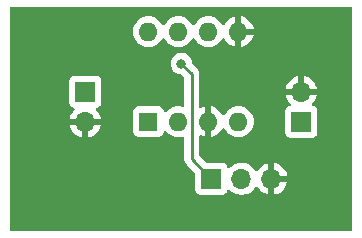
<source format=gbl>
%TF.GenerationSoftware,KiCad,Pcbnew,(6.0.9)*%
%TF.CreationDate,2022-12-02T17:41:07+09:00*%
%TF.ProjectId,inverting_amplifier_circuirt,696e7665-7274-4696-9e67-5f616d706c69,0*%
%TF.SameCoordinates,Original*%
%TF.FileFunction,Copper,L2,Bot*%
%TF.FilePolarity,Positive*%
%FSLAX46Y46*%
G04 Gerber Fmt 4.6, Leading zero omitted, Abs format (unit mm)*
G04 Created by KiCad (PCBNEW (6.0.9)) date 2022-12-02 17:41:07*
%MOMM*%
%LPD*%
G01*
G04 APERTURE LIST*
%TA.AperFunction,ComponentPad*%
%ADD10R,1.600000X1.600000*%
%TD*%
%TA.AperFunction,ComponentPad*%
%ADD11O,1.600000X1.600000*%
%TD*%
%TA.AperFunction,ComponentPad*%
%ADD12R,1.700000X1.700000*%
%TD*%
%TA.AperFunction,ComponentPad*%
%ADD13O,1.700000X1.700000*%
%TD*%
%TA.AperFunction,ComponentPad*%
%ADD14C,3.500000*%
%TD*%
%TA.AperFunction,ViaPad*%
%ADD15C,0.800000*%
%TD*%
%TA.AperFunction,Conductor*%
%ADD16C,0.250000*%
%TD*%
G04 APERTURE END LIST*
D10*
%TO.P,U1,1*%
%TO.N,Net-(J2-Pad1)*%
X139456000Y-73904000D03*
D11*
%TO.P,U1,2,-*%
%TO.N,Net-(R1-Pad2)*%
X141996000Y-73904000D03*
%TO.P,U1,3,+*%
%TO.N,GND*%
X144536000Y-73904000D03*
%TO.P,U1,4,V-*%
%TO.N,-12V*%
X147076000Y-73904000D03*
%TO.P,U1,5,+*%
%TO.N,GND*%
X147076000Y-66284000D03*
%TO.P,U1,6,-*%
%TO.N,Net-(U1-Pad6)*%
X144536000Y-66284000D03*
%TO.P,U1,7*%
X141996000Y-66284000D03*
%TO.P,U1,8,V+*%
%TO.N,+12V*%
X139456000Y-66284000D03*
%TD*%
D12*
%TO.P,J3,1,Pin_1*%
%TO.N,+12V*%
X144795000Y-78740000D03*
D13*
%TO.P,J3,2,Pin_2*%
%TO.N,-12V*%
X147335000Y-78740000D03*
%TO.P,J3,3,Pin_3*%
%TO.N,GND*%
X149875000Y-78740000D03*
%TD*%
D12*
%TO.P,J2,1,Pin_1*%
%TO.N,Net-(J2-Pad1)*%
X152400000Y-73919000D03*
D13*
%TO.P,J2,2,Pin_2*%
%TO.N,GND*%
X152400000Y-71379000D03*
%TD*%
%TO.P,J1,2,Pin_2*%
%TO.N,GND*%
X134112000Y-73909000D03*
D12*
%TO.P,J1,1,Pin_1*%
%TO.N,Net-(J1-Pad1)*%
X134112000Y-71369000D03*
%TD*%
D14*
%TO.P,REF2,1*%
%TO.N,GND*%
X154500000Y-66500000D03*
%TD*%
%TO.P,REF3,1*%
%TO.N,GND*%
X130000000Y-81000000D03*
%TD*%
%TO.P,REF4,1*%
%TO.N,GND*%
X154500000Y-80750000D03*
%TD*%
%TO.P,REF1,1*%
%TO.N,GND*%
X130000000Y-66500000D03*
%TD*%
D15*
%TO.N,+12V*%
X142250000Y-69000000D03*
%TO.N,GND*%
X131000000Y-71500000D03*
X129000000Y-71500000D03*
X129000000Y-73500000D03*
X131000000Y-73500000D03*
X131000000Y-75500000D03*
X129000000Y-75500000D03*
X129000000Y-77500000D03*
X131000000Y-77500000D03*
X151500000Y-67750000D03*
X149750000Y-67750000D03*
X155000000Y-76750000D03*
X151250000Y-81750000D03*
X133000000Y-81000000D03*
X135000000Y-79250000D03*
X133000000Y-79250000D03*
X135000000Y-77500000D03*
X133000000Y-77500000D03*
X151500000Y-66000000D03*
X149750000Y-66000000D03*
X133750000Y-67500000D03*
X136000000Y-67500000D03*
X136000000Y-65500000D03*
X133750000Y-65500000D03*
X155000000Y-74750000D03*
X155000000Y-72750000D03*
X155000000Y-70750000D03*
X149250000Y-81750000D03*
X147250000Y-81750000D03*
%TD*%
D16*
%TO.N,+12V*%
X143121000Y-77066000D02*
X144795000Y-78740000D01*
X143121000Y-69871000D02*
X143121000Y-77066000D01*
X142250000Y-69000000D02*
X143121000Y-69871000D01*
%TD*%
%TA.AperFunction,Conductor*%
%TO.N,GND*%
G36*
X129151022Y-64188502D02*
G01*
X129197515Y-64242158D01*
X129207619Y-64312432D01*
X129178125Y-64377012D01*
X129133827Y-64408957D01*
X129134047Y-64409404D01*
X129131389Y-64410715D01*
X129131121Y-64410908D01*
X129130347Y-64411228D01*
X128872282Y-64538492D01*
X128865145Y-64542613D01*
X128625901Y-64702470D01*
X128619361Y-64707488D01*
X128604926Y-64720147D01*
X128596528Y-64733386D01*
X128602362Y-64743151D01*
X129987190Y-66127980D01*
X130001131Y-66135592D01*
X130002966Y-66135461D01*
X130009580Y-66131210D01*
X131395884Y-64744905D01*
X131403399Y-64731144D01*
X131396941Y-64721784D01*
X131380639Y-64707488D01*
X131374099Y-64702470D01*
X131134856Y-64542613D01*
X131127719Y-64538492D01*
X130869653Y-64411229D01*
X130868879Y-64410908D01*
X130868684Y-64410751D01*
X130865953Y-64409404D01*
X130866254Y-64408793D01*
X130813599Y-64366359D01*
X130791179Y-64298996D01*
X130808738Y-64230204D01*
X130860701Y-64181827D01*
X130917099Y-64168500D01*
X153582901Y-64168500D01*
X153651022Y-64188502D01*
X153697515Y-64242158D01*
X153707619Y-64312432D01*
X153678125Y-64377012D01*
X153633827Y-64408957D01*
X153634047Y-64409404D01*
X153631389Y-64410715D01*
X153631121Y-64410908D01*
X153630347Y-64411228D01*
X153372282Y-64538492D01*
X153365145Y-64542613D01*
X153125901Y-64702470D01*
X153119361Y-64707488D01*
X153104926Y-64720147D01*
X153096528Y-64733386D01*
X153102362Y-64743151D01*
X154487190Y-66127980D01*
X154501131Y-66135592D01*
X154502966Y-66135461D01*
X154509580Y-66131210D01*
X155895884Y-64744905D01*
X155903399Y-64731144D01*
X155896941Y-64721784D01*
X155880639Y-64707488D01*
X155874099Y-64702470D01*
X155634856Y-64542613D01*
X155627719Y-64538492D01*
X155369653Y-64411229D01*
X155368879Y-64410908D01*
X155368684Y-64410751D01*
X155365953Y-64409404D01*
X155366254Y-64408793D01*
X155313599Y-64366359D01*
X155291179Y-64298996D01*
X155308738Y-64230204D01*
X155360701Y-64181827D01*
X155417099Y-64168500D01*
X156605500Y-64168500D01*
X156673621Y-64188502D01*
X156720114Y-64242158D01*
X156731500Y-64294500D01*
X156731500Y-65379388D01*
X156711498Y-65447509D01*
X156657842Y-65494002D01*
X156587568Y-65504106D01*
X156522988Y-65474612D01*
X156492494Y-65435116D01*
X156461508Y-65372282D01*
X156457387Y-65365145D01*
X156297530Y-65125901D01*
X156292512Y-65119361D01*
X156279853Y-65104926D01*
X156266614Y-65096528D01*
X156256849Y-65102362D01*
X154872020Y-66487190D01*
X154864408Y-66501131D01*
X154864539Y-66502966D01*
X154868790Y-66509580D01*
X156255095Y-67895884D01*
X156268856Y-67903399D01*
X156278216Y-67896941D01*
X156292512Y-67880639D01*
X156297530Y-67874099D01*
X156457387Y-67634855D01*
X156461508Y-67627718D01*
X156492494Y-67564884D01*
X156540562Y-67512635D01*
X156609248Y-67494668D01*
X156676744Y-67516687D01*
X156721620Y-67571702D01*
X156731500Y-67620612D01*
X156731500Y-79629388D01*
X156711498Y-79697509D01*
X156657842Y-79744002D01*
X156587568Y-79754106D01*
X156522988Y-79724612D01*
X156492494Y-79685116D01*
X156461508Y-79622282D01*
X156457387Y-79615145D01*
X156297530Y-79375901D01*
X156292512Y-79369361D01*
X156279853Y-79354926D01*
X156266614Y-79346528D01*
X156256849Y-79352362D01*
X154872020Y-80737190D01*
X154864408Y-80751131D01*
X154864539Y-80752966D01*
X154868790Y-80759580D01*
X156255095Y-82145884D01*
X156268856Y-82153399D01*
X156278216Y-82146941D01*
X156292512Y-82130639D01*
X156297530Y-82124099D01*
X156457387Y-81884855D01*
X156461508Y-81877718D01*
X156492494Y-81814884D01*
X156540562Y-81762635D01*
X156609248Y-81744668D01*
X156676744Y-81766687D01*
X156721620Y-81821702D01*
X156731500Y-81870612D01*
X156731500Y-83025500D01*
X156711498Y-83093621D01*
X156657842Y-83140114D01*
X156605500Y-83151500D01*
X155213229Y-83151500D01*
X155145108Y-83131498D01*
X155098615Y-83077842D01*
X155088511Y-83007568D01*
X155118005Y-82942988D01*
X155172728Y-82906187D01*
X155362047Y-82841922D01*
X155369651Y-82838772D01*
X155627719Y-82711508D01*
X155634856Y-82707387D01*
X155874099Y-82547530D01*
X155880639Y-82542512D01*
X155895074Y-82529853D01*
X155903472Y-82516614D01*
X155897638Y-82506849D01*
X154512810Y-81122020D01*
X154498869Y-81114408D01*
X154497034Y-81114539D01*
X154490420Y-81118790D01*
X153104116Y-82505095D01*
X153096601Y-82518856D01*
X153103059Y-82528216D01*
X153119361Y-82542512D01*
X153125901Y-82547530D01*
X153365144Y-82707387D01*
X153372281Y-82711508D01*
X153630349Y-82838772D01*
X153637953Y-82841922D01*
X153827272Y-82906187D01*
X153885348Y-82947024D01*
X153912127Y-83012777D01*
X153899106Y-83082569D01*
X153850419Y-83134242D01*
X153786771Y-83151500D01*
X131259712Y-83151500D01*
X131191591Y-83131498D01*
X131145098Y-83077842D01*
X131134994Y-83007568D01*
X131164488Y-82942988D01*
X131189710Y-82920735D01*
X131374099Y-82797530D01*
X131380639Y-82792512D01*
X131395074Y-82779853D01*
X131403472Y-82766614D01*
X131397638Y-82756849D01*
X130012810Y-81372020D01*
X129998869Y-81364408D01*
X129997034Y-81364539D01*
X129990420Y-81368790D01*
X128604116Y-82755095D01*
X128596601Y-82768856D01*
X128603059Y-82778216D01*
X128619361Y-82792512D01*
X128625901Y-82797530D01*
X128810290Y-82920735D01*
X128855818Y-82975212D01*
X128864666Y-83045655D01*
X128834025Y-83109699D01*
X128773623Y-83147010D01*
X128740288Y-83151500D01*
X127874500Y-83151500D01*
X127806379Y-83131498D01*
X127759886Y-83077842D01*
X127748500Y-83025500D01*
X127748500Y-82080056D01*
X127768502Y-82011935D01*
X127822158Y-81965442D01*
X127892432Y-81955338D01*
X127957012Y-81984832D01*
X127987506Y-82024328D01*
X128038492Y-82127718D01*
X128042613Y-82134855D01*
X128202470Y-82374099D01*
X128207488Y-82380639D01*
X128220147Y-82395074D01*
X128233386Y-82403472D01*
X128243151Y-82397638D01*
X129627980Y-81012810D01*
X129634357Y-81001131D01*
X130364408Y-81001131D01*
X130364539Y-81002966D01*
X130368790Y-81009580D01*
X131755095Y-82395884D01*
X131768856Y-82403399D01*
X131778216Y-82396941D01*
X131792512Y-82380639D01*
X131797530Y-82374099D01*
X131957387Y-82134855D01*
X131961508Y-82127718D01*
X132088772Y-81869651D01*
X132091922Y-81862047D01*
X132184412Y-81589580D01*
X132186546Y-81581617D01*
X132242683Y-81299400D01*
X132243756Y-81291249D01*
X132262575Y-81004119D01*
X132262575Y-80995881D01*
X132246729Y-80754119D01*
X152237425Y-80754119D01*
X152256244Y-81041249D01*
X152257317Y-81049400D01*
X152313454Y-81331617D01*
X152315588Y-81339580D01*
X152408078Y-81612047D01*
X152411228Y-81619651D01*
X152538492Y-81877718D01*
X152542613Y-81884855D01*
X152702470Y-82124099D01*
X152707488Y-82130639D01*
X152720147Y-82145074D01*
X152733386Y-82153472D01*
X152743151Y-82147638D01*
X154127980Y-80762810D01*
X154135592Y-80748869D01*
X154135461Y-80747034D01*
X154131210Y-80740420D01*
X152744905Y-79354116D01*
X152731144Y-79346601D01*
X152721784Y-79353059D01*
X152707488Y-79369361D01*
X152702470Y-79375901D01*
X152542613Y-79615145D01*
X152538492Y-79622282D01*
X152411228Y-79880349D01*
X152408078Y-79887953D01*
X152315588Y-80160420D01*
X152313454Y-80168383D01*
X152257317Y-80450600D01*
X152256244Y-80458751D01*
X152237425Y-80745881D01*
X152237425Y-80754119D01*
X132246729Y-80754119D01*
X132243756Y-80708751D01*
X132242683Y-80700600D01*
X132186546Y-80418383D01*
X132184412Y-80410420D01*
X132091922Y-80137953D01*
X132088772Y-80130349D01*
X131961508Y-79872282D01*
X131957387Y-79865145D01*
X131797530Y-79625901D01*
X131792512Y-79619361D01*
X131779853Y-79604926D01*
X131766614Y-79596528D01*
X131756849Y-79602362D01*
X130372020Y-80987190D01*
X130364408Y-81001131D01*
X129634357Y-81001131D01*
X129635592Y-80998869D01*
X129635461Y-80997034D01*
X129631210Y-80990420D01*
X128244905Y-79604116D01*
X128231144Y-79596601D01*
X128221784Y-79603059D01*
X128207488Y-79619361D01*
X128202470Y-79625901D01*
X128042613Y-79865145D01*
X128038492Y-79872282D01*
X127987506Y-79975672D01*
X127939438Y-80027921D01*
X127870752Y-80045888D01*
X127803256Y-80023869D01*
X127758380Y-79968854D01*
X127748500Y-79919944D01*
X127748500Y-79233386D01*
X128596528Y-79233386D01*
X128602362Y-79243151D01*
X129987190Y-80627980D01*
X130001131Y-80635592D01*
X130002966Y-80635461D01*
X130009580Y-80631210D01*
X131395884Y-79244905D01*
X131403399Y-79231144D01*
X131396941Y-79221784D01*
X131380639Y-79207488D01*
X131374099Y-79202470D01*
X131134856Y-79042613D01*
X131127719Y-79038492D01*
X130869651Y-78911228D01*
X130862047Y-78908078D01*
X130589580Y-78815588D01*
X130581617Y-78813454D01*
X130299400Y-78757317D01*
X130291249Y-78756244D01*
X130004119Y-78737425D01*
X129995881Y-78737425D01*
X129708751Y-78756244D01*
X129700600Y-78757317D01*
X129418383Y-78813454D01*
X129410420Y-78815588D01*
X129137953Y-78908078D01*
X129130349Y-78911228D01*
X128872282Y-79038492D01*
X128865145Y-79042613D01*
X128625901Y-79202470D01*
X128619361Y-79207488D01*
X128604926Y-79220147D01*
X128596528Y-79233386D01*
X127748500Y-79233386D01*
X127748500Y-74176966D01*
X132780257Y-74176966D01*
X132810565Y-74311446D01*
X132813645Y-74321275D01*
X132893770Y-74518603D01*
X132898413Y-74527794D01*
X133009694Y-74709388D01*
X133015777Y-74717699D01*
X133155213Y-74878667D01*
X133162580Y-74885883D01*
X133326434Y-75021916D01*
X133334881Y-75027831D01*
X133518756Y-75135279D01*
X133528042Y-75139729D01*
X133727001Y-75215703D01*
X133736899Y-75218579D01*
X133840250Y-75239606D01*
X133854299Y-75238410D01*
X133858000Y-75228065D01*
X133858000Y-75227517D01*
X134366000Y-75227517D01*
X134370064Y-75241359D01*
X134383478Y-75243393D01*
X134390184Y-75242534D01*
X134400262Y-75240392D01*
X134604255Y-75179191D01*
X134613842Y-75175433D01*
X134805095Y-75081739D01*
X134813945Y-75076464D01*
X134987328Y-74952792D01*
X134995200Y-74946139D01*
X135146052Y-74795812D01*
X135152730Y-74787965D01*
X135178477Y-74752134D01*
X138147500Y-74752134D01*
X138154255Y-74814316D01*
X138205385Y-74950705D01*
X138292739Y-75067261D01*
X138409295Y-75154615D01*
X138545684Y-75205745D01*
X138607866Y-75212500D01*
X140304134Y-75212500D01*
X140366316Y-75205745D01*
X140502705Y-75154615D01*
X140619261Y-75067261D01*
X140706615Y-74950705D01*
X140757745Y-74814316D01*
X140758917Y-74803526D01*
X140759803Y-74801394D01*
X140760425Y-74798778D01*
X140760848Y-74798879D01*
X140786155Y-74737965D01*
X140844517Y-74697537D01*
X140915471Y-74695078D01*
X140976490Y-74731371D01*
X140983489Y-74740031D01*
X140986643Y-74743789D01*
X140989802Y-74748300D01*
X141151700Y-74910198D01*
X141156208Y-74913355D01*
X141156211Y-74913357D01*
X141197542Y-74942297D01*
X141339251Y-75041523D01*
X141344233Y-75043846D01*
X141344238Y-75043849D01*
X141540765Y-75135490D01*
X141546757Y-75138284D01*
X141552065Y-75139706D01*
X141552067Y-75139707D01*
X141762598Y-75196119D01*
X141762600Y-75196119D01*
X141767913Y-75197543D01*
X141996000Y-75217498D01*
X142224087Y-75197543D01*
X142328890Y-75169461D01*
X142399865Y-75171151D01*
X142458661Y-75210945D01*
X142486609Y-75276209D01*
X142487500Y-75291168D01*
X142487500Y-76987233D01*
X142486973Y-76998416D01*
X142485298Y-77005909D01*
X142485547Y-77013835D01*
X142485547Y-77013836D01*
X142487438Y-77073986D01*
X142487500Y-77077945D01*
X142487500Y-77105856D01*
X142487997Y-77109790D01*
X142487997Y-77109791D01*
X142488005Y-77109856D01*
X142488938Y-77121693D01*
X142490327Y-77165889D01*
X142495978Y-77185339D01*
X142499987Y-77204700D01*
X142502526Y-77224797D01*
X142505445Y-77232168D01*
X142505445Y-77232170D01*
X142518804Y-77265912D01*
X142522649Y-77277142D01*
X142534982Y-77319593D01*
X142539015Y-77326412D01*
X142539017Y-77326417D01*
X142545293Y-77337028D01*
X142553988Y-77354776D01*
X142561448Y-77373617D01*
X142566110Y-77380033D01*
X142566110Y-77380034D01*
X142587436Y-77409387D01*
X142593952Y-77419307D01*
X142609012Y-77444771D01*
X142616458Y-77457362D01*
X142630779Y-77471683D01*
X142643619Y-77486716D01*
X142655528Y-77503107D01*
X142661634Y-77508158D01*
X142689605Y-77531298D01*
X142698384Y-77539288D01*
X143399595Y-78240499D01*
X143433621Y-78302811D01*
X143436500Y-78329594D01*
X143436500Y-79638134D01*
X143443255Y-79700316D01*
X143494385Y-79836705D01*
X143581739Y-79953261D01*
X143698295Y-80040615D01*
X143834684Y-80091745D01*
X143896866Y-80098500D01*
X145693134Y-80098500D01*
X145755316Y-80091745D01*
X145891705Y-80040615D01*
X146008261Y-79953261D01*
X146095615Y-79836705D01*
X146117799Y-79777529D01*
X146139598Y-79719382D01*
X146182240Y-79662618D01*
X146248802Y-79637918D01*
X146318150Y-79653126D01*
X146352817Y-79681114D01*
X146381250Y-79713938D01*
X146553126Y-79856632D01*
X146746000Y-79969338D01*
X146954692Y-80049030D01*
X146959760Y-80050061D01*
X146959763Y-80050062D01*
X147054862Y-80069410D01*
X147173597Y-80093567D01*
X147178772Y-80093757D01*
X147178774Y-80093757D01*
X147391673Y-80101564D01*
X147391677Y-80101564D01*
X147396837Y-80101753D01*
X147401957Y-80101097D01*
X147401959Y-80101097D01*
X147613288Y-80074025D01*
X147613289Y-80074025D01*
X147618416Y-80073368D01*
X147623366Y-80071883D01*
X147827429Y-80010661D01*
X147827434Y-80010659D01*
X147832384Y-80009174D01*
X148032994Y-79910896D01*
X148214860Y-79781173D01*
X148373096Y-79623489D01*
X148387777Y-79603059D01*
X148503453Y-79442077D01*
X148504640Y-79442930D01*
X148551960Y-79399362D01*
X148621897Y-79387145D01*
X148687338Y-79414678D01*
X148715166Y-79446511D01*
X148772694Y-79540388D01*
X148778777Y-79548699D01*
X148918213Y-79709667D01*
X148925580Y-79716883D01*
X149089434Y-79852916D01*
X149097881Y-79858831D01*
X149281756Y-79966279D01*
X149291042Y-79970729D01*
X149490001Y-80046703D01*
X149499899Y-80049579D01*
X149603250Y-80070606D01*
X149617299Y-80069410D01*
X149621000Y-80059065D01*
X149621000Y-80058517D01*
X150129000Y-80058517D01*
X150133064Y-80072359D01*
X150146478Y-80074393D01*
X150153184Y-80073534D01*
X150163262Y-80071392D01*
X150367255Y-80010191D01*
X150376842Y-80006433D01*
X150568095Y-79912739D01*
X150576945Y-79907464D01*
X150750328Y-79783792D01*
X150758200Y-79777139D01*
X150909052Y-79626812D01*
X150915730Y-79618965D01*
X151040003Y-79446020D01*
X151045313Y-79437183D01*
X151139670Y-79246267D01*
X151143469Y-79236672D01*
X151205377Y-79032910D01*
X151207555Y-79022837D01*
X151208986Y-79011962D01*
X151206775Y-78997778D01*
X151193617Y-78994000D01*
X150147115Y-78994000D01*
X150131876Y-78998475D01*
X150130671Y-78999865D01*
X150129000Y-79007548D01*
X150129000Y-80058517D01*
X149621000Y-80058517D01*
X149621000Y-78983386D01*
X153096528Y-78983386D01*
X153102362Y-78993151D01*
X154487190Y-80377980D01*
X154501131Y-80385592D01*
X154502966Y-80385461D01*
X154509580Y-80381210D01*
X155895884Y-78994905D01*
X155903399Y-78981144D01*
X155896941Y-78971784D01*
X155880639Y-78957488D01*
X155874099Y-78952470D01*
X155634856Y-78792613D01*
X155627719Y-78788492D01*
X155369651Y-78661228D01*
X155362047Y-78658078D01*
X155089580Y-78565588D01*
X155081617Y-78563454D01*
X154799400Y-78507317D01*
X154791249Y-78506244D01*
X154504119Y-78487425D01*
X154495881Y-78487425D01*
X154208751Y-78506244D01*
X154200600Y-78507317D01*
X153918383Y-78563454D01*
X153910420Y-78565588D01*
X153637953Y-78658078D01*
X153630349Y-78661228D01*
X153372282Y-78788492D01*
X153365145Y-78792613D01*
X153125901Y-78952470D01*
X153119361Y-78957488D01*
X153104926Y-78970147D01*
X153096528Y-78983386D01*
X149621000Y-78983386D01*
X149621000Y-78467885D01*
X150129000Y-78467885D01*
X150133475Y-78483124D01*
X150134865Y-78484329D01*
X150142548Y-78486000D01*
X151193344Y-78486000D01*
X151206875Y-78482027D01*
X151208180Y-78472947D01*
X151166214Y-78305875D01*
X151162894Y-78296124D01*
X151077972Y-78100814D01*
X151073105Y-78091739D01*
X150957426Y-77912926D01*
X150951136Y-77904757D01*
X150807806Y-77747240D01*
X150800273Y-77740215D01*
X150633139Y-77608222D01*
X150624552Y-77602517D01*
X150438117Y-77499599D01*
X150428705Y-77495369D01*
X150227959Y-77424280D01*
X150217988Y-77421646D01*
X150146837Y-77408972D01*
X150133540Y-77410432D01*
X150129000Y-77424989D01*
X150129000Y-78467885D01*
X149621000Y-78467885D01*
X149621000Y-77423102D01*
X149617082Y-77409758D01*
X149602806Y-77407771D01*
X149564324Y-77413660D01*
X149554288Y-77416051D01*
X149351868Y-77482212D01*
X149342359Y-77486209D01*
X149153463Y-77584542D01*
X149144738Y-77590036D01*
X148974433Y-77717905D01*
X148966726Y-77724748D01*
X148819590Y-77878717D01*
X148813109Y-77886722D01*
X148708498Y-78040074D01*
X148653587Y-78085076D01*
X148583062Y-78093247D01*
X148519315Y-78061993D01*
X148498618Y-78037509D01*
X148417822Y-77912617D01*
X148417820Y-77912614D01*
X148415014Y-77908277D01*
X148264670Y-77743051D01*
X148260619Y-77739852D01*
X148260615Y-77739848D01*
X148093414Y-77607800D01*
X148093410Y-77607798D01*
X148089359Y-77604598D01*
X148053028Y-77584542D01*
X148037136Y-77575769D01*
X147893789Y-77496638D01*
X147888920Y-77494914D01*
X147888916Y-77494912D01*
X147688087Y-77423795D01*
X147688083Y-77423794D01*
X147683212Y-77422069D01*
X147678119Y-77421162D01*
X147678116Y-77421161D01*
X147468373Y-77383800D01*
X147468367Y-77383799D01*
X147463284Y-77382894D01*
X147389452Y-77381992D01*
X147245081Y-77380228D01*
X147245079Y-77380228D01*
X147239911Y-77380165D01*
X147019091Y-77413955D01*
X146806756Y-77483357D01*
X146608607Y-77586507D01*
X146604474Y-77589610D01*
X146604471Y-77589612D01*
X146434100Y-77717530D01*
X146429965Y-77720635D01*
X146373537Y-77779684D01*
X146349283Y-77805064D01*
X146287759Y-77840494D01*
X146216846Y-77837037D01*
X146159060Y-77795791D01*
X146140207Y-77762243D01*
X146098767Y-77651703D01*
X146095615Y-77643295D01*
X146008261Y-77526739D01*
X145891705Y-77439385D01*
X145755316Y-77388255D01*
X145693134Y-77381500D01*
X144384595Y-77381500D01*
X144316474Y-77361498D01*
X144295500Y-77344595D01*
X143791405Y-76840500D01*
X143757379Y-76778188D01*
X143754500Y-76751405D01*
X143754500Y-75180579D01*
X143774502Y-75112458D01*
X143828158Y-75065965D01*
X143898432Y-75055861D01*
X143933750Y-75066384D01*
X144081947Y-75135490D01*
X144092239Y-75139236D01*
X144264503Y-75185394D01*
X144278599Y-75185058D01*
X144282000Y-75177116D01*
X144282000Y-75171967D01*
X144790000Y-75171967D01*
X144793973Y-75185498D01*
X144802522Y-75186727D01*
X144979761Y-75139236D01*
X144990053Y-75135490D01*
X145187511Y-75043414D01*
X145197007Y-75037931D01*
X145375467Y-74912972D01*
X145383875Y-74905916D01*
X145537916Y-74751875D01*
X145544972Y-74743467D01*
X145669931Y-74565007D01*
X145675414Y-74555511D01*
X145691529Y-74520951D01*
X145738446Y-74467666D01*
X145806723Y-74448205D01*
X145874683Y-74468747D01*
X145919919Y-74520951D01*
X145936151Y-74555762D01*
X145936154Y-74555767D01*
X145938477Y-74560749D01*
X146069802Y-74748300D01*
X146231700Y-74910198D01*
X146236208Y-74913355D01*
X146236211Y-74913357D01*
X146277542Y-74942297D01*
X146419251Y-75041523D01*
X146424233Y-75043846D01*
X146424238Y-75043849D01*
X146620765Y-75135490D01*
X146626757Y-75138284D01*
X146632065Y-75139706D01*
X146632067Y-75139707D01*
X146842598Y-75196119D01*
X146842600Y-75196119D01*
X146847913Y-75197543D01*
X147076000Y-75217498D01*
X147304087Y-75197543D01*
X147309400Y-75196119D01*
X147309402Y-75196119D01*
X147519933Y-75139707D01*
X147519935Y-75139706D01*
X147525243Y-75138284D01*
X147531235Y-75135490D01*
X147727762Y-75043849D01*
X147727767Y-75043846D01*
X147732749Y-75041523D01*
X147874458Y-74942297D01*
X147915789Y-74913357D01*
X147915792Y-74913355D01*
X147920300Y-74910198D01*
X148013364Y-74817134D01*
X151041500Y-74817134D01*
X151048255Y-74879316D01*
X151099385Y-75015705D01*
X151186739Y-75132261D01*
X151303295Y-75219615D01*
X151439684Y-75270745D01*
X151501866Y-75277500D01*
X153298134Y-75277500D01*
X153360316Y-75270745D01*
X153496705Y-75219615D01*
X153613261Y-75132261D01*
X153700615Y-75015705D01*
X153751745Y-74879316D01*
X153758500Y-74817134D01*
X153758500Y-73020866D01*
X153751745Y-72958684D01*
X153700615Y-72822295D01*
X153613261Y-72705739D01*
X153496705Y-72618385D01*
X153414698Y-72587642D01*
X153377687Y-72573767D01*
X153320923Y-72531125D01*
X153296223Y-72464564D01*
X153311430Y-72395215D01*
X153332977Y-72366535D01*
X153434052Y-72265812D01*
X153440730Y-72257965D01*
X153565003Y-72085020D01*
X153570313Y-72076183D01*
X153664670Y-71885267D01*
X153668469Y-71875672D01*
X153730377Y-71671910D01*
X153732555Y-71661837D01*
X153733986Y-71650962D01*
X153731775Y-71636778D01*
X153718617Y-71633000D01*
X151083225Y-71633000D01*
X151069694Y-71636973D01*
X151068257Y-71646966D01*
X151098565Y-71781446D01*
X151101645Y-71791275D01*
X151181770Y-71988603D01*
X151186413Y-71997794D01*
X151297694Y-72179388D01*
X151303777Y-72187699D01*
X151443213Y-72348667D01*
X151450577Y-72355879D01*
X151455522Y-72359985D01*
X151495156Y-72418889D01*
X151496653Y-72489870D01*
X151459537Y-72550392D01*
X151419264Y-72574910D01*
X151311705Y-72615232D01*
X151311704Y-72615233D01*
X151303295Y-72618385D01*
X151186739Y-72705739D01*
X151099385Y-72822295D01*
X151048255Y-72958684D01*
X151041500Y-73020866D01*
X151041500Y-74817134D01*
X148013364Y-74817134D01*
X148082198Y-74748300D01*
X148213523Y-74560749D01*
X148215846Y-74555767D01*
X148215849Y-74555762D01*
X148307961Y-74358225D01*
X148307961Y-74358224D01*
X148310284Y-74353243D01*
X148369543Y-74132087D01*
X148389498Y-73904000D01*
X148369543Y-73675913D01*
X148310284Y-73454757D01*
X148232081Y-73287049D01*
X148215849Y-73252238D01*
X148215846Y-73252233D01*
X148213523Y-73247251D01*
X148082198Y-73059700D01*
X147920300Y-72897802D01*
X147915792Y-72894645D01*
X147915789Y-72894643D01*
X147824473Y-72830703D01*
X147732749Y-72766477D01*
X147727767Y-72764154D01*
X147727762Y-72764151D01*
X147530225Y-72672039D01*
X147530224Y-72672039D01*
X147525243Y-72669716D01*
X147519935Y-72668294D01*
X147519933Y-72668293D01*
X147309402Y-72611881D01*
X147309400Y-72611881D01*
X147304087Y-72610457D01*
X147076000Y-72590502D01*
X146847913Y-72610457D01*
X146842600Y-72611881D01*
X146842598Y-72611881D01*
X146632067Y-72668293D01*
X146632065Y-72668294D01*
X146626757Y-72669716D01*
X146621776Y-72672039D01*
X146621775Y-72672039D01*
X146424238Y-72764151D01*
X146424233Y-72764154D01*
X146419251Y-72766477D01*
X146327527Y-72830703D01*
X146236211Y-72894643D01*
X146236208Y-72894645D01*
X146231700Y-72897802D01*
X146069802Y-73059700D01*
X145938477Y-73247251D01*
X145936154Y-73252233D01*
X145936151Y-73252238D01*
X145919919Y-73287049D01*
X145873002Y-73340334D01*
X145804725Y-73359795D01*
X145736765Y-73339253D01*
X145691529Y-73287049D01*
X145675414Y-73252489D01*
X145669931Y-73242993D01*
X145544972Y-73064533D01*
X145537916Y-73056125D01*
X145383875Y-72902084D01*
X145375467Y-72895028D01*
X145197007Y-72770069D01*
X145187511Y-72764586D01*
X144990053Y-72672510D01*
X144979761Y-72668764D01*
X144807497Y-72622606D01*
X144793401Y-72622942D01*
X144790000Y-72630884D01*
X144790000Y-75171967D01*
X144282000Y-75171967D01*
X144282000Y-72636033D01*
X144278027Y-72622502D01*
X144269478Y-72621273D01*
X144092239Y-72668764D01*
X144081947Y-72672510D01*
X143933750Y-72741616D01*
X143863559Y-72752277D01*
X143798746Y-72723297D01*
X143759889Y-72663878D01*
X143754500Y-72627421D01*
X143754500Y-71113183D01*
X151064389Y-71113183D01*
X151065912Y-71121607D01*
X151078292Y-71125000D01*
X152127885Y-71125000D01*
X152143124Y-71120525D01*
X152144329Y-71119135D01*
X152146000Y-71111452D01*
X152146000Y-71106885D01*
X152654000Y-71106885D01*
X152658475Y-71122124D01*
X152659865Y-71123329D01*
X152667548Y-71125000D01*
X153718344Y-71125000D01*
X153731875Y-71121027D01*
X153733180Y-71111947D01*
X153691214Y-70944875D01*
X153687894Y-70935124D01*
X153602972Y-70739814D01*
X153598105Y-70730739D01*
X153482426Y-70551926D01*
X153476136Y-70543757D01*
X153332806Y-70386240D01*
X153325273Y-70379215D01*
X153158139Y-70247222D01*
X153149552Y-70241517D01*
X152963117Y-70138599D01*
X152953705Y-70134369D01*
X152752959Y-70063280D01*
X152742988Y-70060646D01*
X152671837Y-70047972D01*
X152658540Y-70049432D01*
X152654000Y-70063989D01*
X152654000Y-71106885D01*
X152146000Y-71106885D01*
X152146000Y-70062102D01*
X152142082Y-70048758D01*
X152127806Y-70046771D01*
X152089324Y-70052660D01*
X152079288Y-70055051D01*
X151876868Y-70121212D01*
X151867359Y-70125209D01*
X151678463Y-70223542D01*
X151669738Y-70229036D01*
X151499433Y-70356905D01*
X151491726Y-70363748D01*
X151344590Y-70517717D01*
X151338104Y-70525727D01*
X151218098Y-70701649D01*
X151213000Y-70710623D01*
X151123338Y-70903783D01*
X151119775Y-70913470D01*
X151064389Y-71113183D01*
X143754500Y-71113183D01*
X143754500Y-69949767D01*
X143755027Y-69938584D01*
X143756702Y-69931091D01*
X143754562Y-69863014D01*
X143754500Y-69859055D01*
X143754500Y-69831144D01*
X143753995Y-69827144D01*
X143753062Y-69815301D01*
X143751922Y-69779030D01*
X143751673Y-69771111D01*
X143746021Y-69751657D01*
X143742013Y-69732300D01*
X143740468Y-69720070D01*
X143740468Y-69720069D01*
X143739474Y-69712203D01*
X143736555Y-69704830D01*
X143723196Y-69671088D01*
X143719351Y-69659858D01*
X143709229Y-69625017D01*
X143709229Y-69625016D01*
X143707018Y-69617407D01*
X143702985Y-69610588D01*
X143702983Y-69610583D01*
X143696707Y-69599972D01*
X143688012Y-69582224D01*
X143680552Y-69563383D01*
X143654564Y-69527613D01*
X143648048Y-69517693D01*
X143629580Y-69486465D01*
X143629578Y-69486462D01*
X143625542Y-69479638D01*
X143611221Y-69465317D01*
X143598380Y-69450283D01*
X143591131Y-69440306D01*
X143586472Y-69433893D01*
X143580367Y-69428842D01*
X143580362Y-69428837D01*
X143552402Y-69405706D01*
X143543624Y-69397719D01*
X143197122Y-69051218D01*
X143163097Y-68988905D01*
X143160907Y-68975292D01*
X143144232Y-68816635D01*
X143144232Y-68816633D01*
X143143542Y-68810072D01*
X143084527Y-68628444D01*
X142989040Y-68463056D01*
X142861253Y-68321134D01*
X142789299Y-68268856D01*
X153096601Y-68268856D01*
X153103059Y-68278216D01*
X153119361Y-68292512D01*
X153125901Y-68297530D01*
X153365144Y-68457387D01*
X153372281Y-68461508D01*
X153630349Y-68588772D01*
X153637953Y-68591922D01*
X153910420Y-68684412D01*
X153918383Y-68686546D01*
X154200600Y-68742683D01*
X154208751Y-68743756D01*
X154495881Y-68762575D01*
X154504119Y-68762575D01*
X154791249Y-68743756D01*
X154799400Y-68742683D01*
X155081617Y-68686546D01*
X155089580Y-68684412D01*
X155362047Y-68591922D01*
X155369651Y-68588772D01*
X155627719Y-68461508D01*
X155634856Y-68457387D01*
X155874099Y-68297530D01*
X155880639Y-68292512D01*
X155895074Y-68279853D01*
X155903472Y-68266614D01*
X155897638Y-68256849D01*
X154512810Y-66872020D01*
X154498869Y-66864408D01*
X154497034Y-66864539D01*
X154490420Y-66868790D01*
X153104116Y-68255095D01*
X153096601Y-68268856D01*
X142789299Y-68268856D01*
X142706752Y-68208882D01*
X142700724Y-68206198D01*
X142700722Y-68206197D01*
X142538319Y-68133891D01*
X142538318Y-68133891D01*
X142532288Y-68131206D01*
X142438888Y-68111353D01*
X142351944Y-68092872D01*
X142351939Y-68092872D01*
X142345487Y-68091500D01*
X142154513Y-68091500D01*
X142148061Y-68092872D01*
X142148056Y-68092872D01*
X142061112Y-68111353D01*
X141967712Y-68131206D01*
X141961682Y-68133891D01*
X141961681Y-68133891D01*
X141799278Y-68206197D01*
X141799276Y-68206198D01*
X141793248Y-68208882D01*
X141638747Y-68321134D01*
X141510960Y-68463056D01*
X141415473Y-68628444D01*
X141356458Y-68810072D01*
X141336496Y-69000000D01*
X141356458Y-69189928D01*
X141415473Y-69371556D01*
X141418776Y-69377278D01*
X141418777Y-69377279D01*
X141448544Y-69428837D01*
X141510960Y-69536944D01*
X141515378Y-69541851D01*
X141515379Y-69541852D01*
X141577265Y-69610583D01*
X141638747Y-69678866D01*
X141793248Y-69791118D01*
X141799276Y-69793802D01*
X141799278Y-69793803D01*
X141961681Y-69866109D01*
X141967712Y-69868794D01*
X142061112Y-69888647D01*
X142148056Y-69907128D01*
X142148061Y-69907128D01*
X142154513Y-69908500D01*
X142210405Y-69908500D01*
X142278526Y-69928502D01*
X142299500Y-69945405D01*
X142450595Y-70096500D01*
X142484621Y-70158812D01*
X142487500Y-70185595D01*
X142487500Y-72516832D01*
X142467498Y-72584953D01*
X142413842Y-72631446D01*
X142343568Y-72641550D01*
X142328895Y-72638540D01*
X142224087Y-72610457D01*
X141996000Y-72590502D01*
X141767913Y-72610457D01*
X141762600Y-72611881D01*
X141762598Y-72611881D01*
X141552067Y-72668293D01*
X141552065Y-72668294D01*
X141546757Y-72669716D01*
X141541776Y-72672039D01*
X141541775Y-72672039D01*
X141344238Y-72764151D01*
X141344233Y-72764154D01*
X141339251Y-72766477D01*
X141247527Y-72830703D01*
X141156211Y-72894643D01*
X141156208Y-72894645D01*
X141151700Y-72897802D01*
X140989802Y-73059700D01*
X140986643Y-73064211D01*
X140983108Y-73068424D01*
X140981974Y-73067473D01*
X140931929Y-73107471D01*
X140861310Y-73114776D01*
X140797951Y-73082742D01*
X140761970Y-73021538D01*
X140758918Y-73004483D01*
X140757745Y-72993684D01*
X140706615Y-72857295D01*
X140619261Y-72740739D01*
X140502705Y-72653385D01*
X140366316Y-72602255D01*
X140304134Y-72595500D01*
X138607866Y-72595500D01*
X138545684Y-72602255D01*
X138409295Y-72653385D01*
X138292739Y-72740739D01*
X138205385Y-72857295D01*
X138154255Y-72993684D01*
X138147500Y-73055866D01*
X138147500Y-74752134D01*
X135178477Y-74752134D01*
X135277003Y-74615020D01*
X135282313Y-74606183D01*
X135376670Y-74415267D01*
X135380469Y-74405672D01*
X135442377Y-74201910D01*
X135444555Y-74191837D01*
X135445986Y-74180962D01*
X135443775Y-74166778D01*
X135430617Y-74163000D01*
X134384115Y-74163000D01*
X134368876Y-74167475D01*
X134367671Y-74168865D01*
X134366000Y-74176548D01*
X134366000Y-75227517D01*
X133858000Y-75227517D01*
X133858000Y-74181115D01*
X133853525Y-74165876D01*
X133852135Y-74164671D01*
X133844452Y-74163000D01*
X132795225Y-74163000D01*
X132781694Y-74166973D01*
X132780257Y-74176966D01*
X127748500Y-74176966D01*
X127748500Y-72267134D01*
X132753500Y-72267134D01*
X132760255Y-72329316D01*
X132811385Y-72465705D01*
X132898739Y-72582261D01*
X133015295Y-72669615D01*
X133023704Y-72672767D01*
X133023705Y-72672768D01*
X133132960Y-72713726D01*
X133189725Y-72756367D01*
X133214425Y-72822929D01*
X133199218Y-72892278D01*
X133179825Y-72918759D01*
X133056590Y-73047717D01*
X133050104Y-73055727D01*
X132930098Y-73231649D01*
X132925000Y-73240623D01*
X132835338Y-73433783D01*
X132831775Y-73443470D01*
X132776389Y-73643183D01*
X132777912Y-73651607D01*
X132790292Y-73655000D01*
X135430344Y-73655000D01*
X135443875Y-73651027D01*
X135445180Y-73641947D01*
X135403214Y-73474875D01*
X135399894Y-73465124D01*
X135314972Y-73269814D01*
X135310105Y-73260739D01*
X135194426Y-73081926D01*
X135188136Y-73073757D01*
X135044293Y-72915677D01*
X135013241Y-72851831D01*
X135021635Y-72781333D01*
X135066812Y-72726564D01*
X135093256Y-72712895D01*
X135200297Y-72672767D01*
X135208705Y-72669615D01*
X135325261Y-72582261D01*
X135412615Y-72465705D01*
X135463745Y-72329316D01*
X135470500Y-72267134D01*
X135470500Y-70470866D01*
X135463745Y-70408684D01*
X135412615Y-70272295D01*
X135325261Y-70155739D01*
X135208705Y-70068385D01*
X135072316Y-70017255D01*
X135010134Y-70010500D01*
X133213866Y-70010500D01*
X133151684Y-70017255D01*
X133015295Y-70068385D01*
X132898739Y-70155739D01*
X132811385Y-70272295D01*
X132760255Y-70408684D01*
X132753500Y-70470866D01*
X132753500Y-72267134D01*
X127748500Y-72267134D01*
X127748500Y-68268856D01*
X128596601Y-68268856D01*
X128603059Y-68278216D01*
X128619361Y-68292512D01*
X128625901Y-68297530D01*
X128865144Y-68457387D01*
X128872281Y-68461508D01*
X129130349Y-68588772D01*
X129137953Y-68591922D01*
X129410420Y-68684412D01*
X129418383Y-68686546D01*
X129700600Y-68742683D01*
X129708751Y-68743756D01*
X129995881Y-68762575D01*
X130004119Y-68762575D01*
X130291249Y-68743756D01*
X130299400Y-68742683D01*
X130581617Y-68686546D01*
X130589580Y-68684412D01*
X130862047Y-68591922D01*
X130869651Y-68588772D01*
X131127719Y-68461508D01*
X131134856Y-68457387D01*
X131374099Y-68297530D01*
X131380639Y-68292512D01*
X131395074Y-68279853D01*
X131403472Y-68266614D01*
X131397638Y-68256849D01*
X130012810Y-66872020D01*
X129998869Y-66864408D01*
X129997034Y-66864539D01*
X129990420Y-66868790D01*
X128604116Y-68255095D01*
X128596601Y-68268856D01*
X127748500Y-68268856D01*
X127748500Y-67580056D01*
X127768502Y-67511935D01*
X127822158Y-67465442D01*
X127892432Y-67455338D01*
X127957012Y-67484832D01*
X127987506Y-67524328D01*
X128038492Y-67627718D01*
X128042613Y-67634855D01*
X128202470Y-67874099D01*
X128207488Y-67880639D01*
X128220147Y-67895074D01*
X128233386Y-67903472D01*
X128243151Y-67897638D01*
X129627980Y-66512810D01*
X129634357Y-66501131D01*
X130364408Y-66501131D01*
X130364539Y-66502966D01*
X130368790Y-66509580D01*
X131755095Y-67895884D01*
X131768856Y-67903399D01*
X131778216Y-67896941D01*
X131792512Y-67880639D01*
X131797530Y-67874099D01*
X131957387Y-67634855D01*
X131961508Y-67627718D01*
X132088772Y-67369651D01*
X132091922Y-67362047D01*
X132184412Y-67089580D01*
X132186546Y-67081617D01*
X132242683Y-66799400D01*
X132243756Y-66791249D01*
X132262575Y-66504119D01*
X132262575Y-66495881D01*
X132248688Y-66284000D01*
X138142502Y-66284000D01*
X138162457Y-66512087D01*
X138163881Y-66517400D01*
X138163881Y-66517402D01*
X138173031Y-66551548D01*
X138221716Y-66733243D01*
X138224039Y-66738224D01*
X138224039Y-66738225D01*
X138316151Y-66935762D01*
X138316154Y-66935767D01*
X138318477Y-66940749D01*
X138449802Y-67128300D01*
X138611700Y-67290198D01*
X138616208Y-67293355D01*
X138616211Y-67293357D01*
X138694389Y-67348098D01*
X138799251Y-67421523D01*
X138804233Y-67423846D01*
X138804238Y-67423849D01*
X139000765Y-67515490D01*
X139006757Y-67518284D01*
X139012065Y-67519706D01*
X139012067Y-67519707D01*
X139222598Y-67576119D01*
X139222600Y-67576119D01*
X139227913Y-67577543D01*
X139456000Y-67597498D01*
X139684087Y-67577543D01*
X139689400Y-67576119D01*
X139689402Y-67576119D01*
X139899933Y-67519707D01*
X139899935Y-67519706D01*
X139905243Y-67518284D01*
X139911235Y-67515490D01*
X140107762Y-67423849D01*
X140107767Y-67423846D01*
X140112749Y-67421523D01*
X140217611Y-67348098D01*
X140295789Y-67293357D01*
X140295792Y-67293355D01*
X140300300Y-67290198D01*
X140462198Y-67128300D01*
X140593523Y-66940749D01*
X140595846Y-66935767D01*
X140595849Y-66935762D01*
X140611805Y-66901543D01*
X140658722Y-66848258D01*
X140726999Y-66828797D01*
X140794959Y-66849339D01*
X140840195Y-66901543D01*
X140856151Y-66935762D01*
X140856154Y-66935767D01*
X140858477Y-66940749D01*
X140989802Y-67128300D01*
X141151700Y-67290198D01*
X141156208Y-67293355D01*
X141156211Y-67293357D01*
X141234389Y-67348098D01*
X141339251Y-67421523D01*
X141344233Y-67423846D01*
X141344238Y-67423849D01*
X141540765Y-67515490D01*
X141546757Y-67518284D01*
X141552065Y-67519706D01*
X141552067Y-67519707D01*
X141762598Y-67576119D01*
X141762600Y-67576119D01*
X141767913Y-67577543D01*
X141996000Y-67597498D01*
X142224087Y-67577543D01*
X142229400Y-67576119D01*
X142229402Y-67576119D01*
X142439933Y-67519707D01*
X142439935Y-67519706D01*
X142445243Y-67518284D01*
X142451235Y-67515490D01*
X142647762Y-67423849D01*
X142647767Y-67423846D01*
X142652749Y-67421523D01*
X142757611Y-67348098D01*
X142835789Y-67293357D01*
X142835792Y-67293355D01*
X142840300Y-67290198D01*
X143002198Y-67128300D01*
X143133523Y-66940749D01*
X143135846Y-66935767D01*
X143135849Y-66935762D01*
X143151805Y-66901543D01*
X143198722Y-66848258D01*
X143266999Y-66828797D01*
X143334959Y-66849339D01*
X143380195Y-66901543D01*
X143396151Y-66935762D01*
X143396154Y-66935767D01*
X143398477Y-66940749D01*
X143529802Y-67128300D01*
X143691700Y-67290198D01*
X143696208Y-67293355D01*
X143696211Y-67293357D01*
X143774389Y-67348098D01*
X143879251Y-67421523D01*
X143884233Y-67423846D01*
X143884238Y-67423849D01*
X144080765Y-67515490D01*
X144086757Y-67518284D01*
X144092065Y-67519706D01*
X144092067Y-67519707D01*
X144302598Y-67576119D01*
X144302600Y-67576119D01*
X144307913Y-67577543D01*
X144536000Y-67597498D01*
X144764087Y-67577543D01*
X144769400Y-67576119D01*
X144769402Y-67576119D01*
X144979933Y-67519707D01*
X144979935Y-67519706D01*
X144985243Y-67518284D01*
X144991235Y-67515490D01*
X145187762Y-67423849D01*
X145187767Y-67423846D01*
X145192749Y-67421523D01*
X145297611Y-67348098D01*
X145375789Y-67293357D01*
X145375792Y-67293355D01*
X145380300Y-67290198D01*
X145542198Y-67128300D01*
X145673523Y-66940749D01*
X145675846Y-66935767D01*
X145675849Y-66935762D01*
X145692081Y-66900951D01*
X145738998Y-66847666D01*
X145807275Y-66828205D01*
X145875235Y-66848747D01*
X145920471Y-66900951D01*
X145936586Y-66935511D01*
X145942069Y-66945007D01*
X146067028Y-67123467D01*
X146074084Y-67131875D01*
X146228125Y-67285916D01*
X146236533Y-67292972D01*
X146414993Y-67417931D01*
X146424489Y-67423414D01*
X146621947Y-67515490D01*
X146632239Y-67519236D01*
X146804503Y-67565394D01*
X146818599Y-67565058D01*
X146822000Y-67557116D01*
X146822000Y-67551967D01*
X147330000Y-67551967D01*
X147333973Y-67565498D01*
X147342522Y-67566727D01*
X147519761Y-67519236D01*
X147530053Y-67515490D01*
X147727511Y-67423414D01*
X147737007Y-67417931D01*
X147915467Y-67292972D01*
X147923875Y-67285916D01*
X148077916Y-67131875D01*
X148084972Y-67123467D01*
X148209931Y-66945007D01*
X148215414Y-66935511D01*
X148307490Y-66738053D01*
X148311236Y-66727761D01*
X148357394Y-66555497D01*
X148357058Y-66541401D01*
X148349116Y-66538000D01*
X147348115Y-66538000D01*
X147332876Y-66542475D01*
X147331671Y-66543865D01*
X147330000Y-66551548D01*
X147330000Y-67551967D01*
X146822000Y-67551967D01*
X146822000Y-66504119D01*
X152237425Y-66504119D01*
X152256244Y-66791249D01*
X152257317Y-66799400D01*
X152313454Y-67081617D01*
X152315588Y-67089580D01*
X152408078Y-67362047D01*
X152411228Y-67369651D01*
X152538492Y-67627718D01*
X152542613Y-67634855D01*
X152702470Y-67874099D01*
X152707488Y-67880639D01*
X152720147Y-67895074D01*
X152733386Y-67903472D01*
X152743151Y-67897638D01*
X154127980Y-66512810D01*
X154135592Y-66498869D01*
X154135461Y-66497034D01*
X154131210Y-66490420D01*
X152744905Y-65104116D01*
X152731144Y-65096601D01*
X152721784Y-65103059D01*
X152707488Y-65119361D01*
X152702470Y-65125901D01*
X152542613Y-65365145D01*
X152538492Y-65372282D01*
X152411228Y-65630349D01*
X152408078Y-65637953D01*
X152315588Y-65910420D01*
X152313454Y-65918383D01*
X152257317Y-66200600D01*
X152256244Y-66208751D01*
X152237425Y-66495881D01*
X152237425Y-66504119D01*
X146822000Y-66504119D01*
X146822000Y-66011885D01*
X147330000Y-66011885D01*
X147334475Y-66027124D01*
X147335865Y-66028329D01*
X147343548Y-66030000D01*
X148343967Y-66030000D01*
X148357498Y-66026027D01*
X148358727Y-66017478D01*
X148311236Y-65840239D01*
X148307490Y-65829947D01*
X148215414Y-65632489D01*
X148209931Y-65622993D01*
X148084972Y-65444533D01*
X148077916Y-65436125D01*
X147923875Y-65282084D01*
X147915467Y-65275028D01*
X147737007Y-65150069D01*
X147727511Y-65144586D01*
X147530053Y-65052510D01*
X147519761Y-65048764D01*
X147347497Y-65002606D01*
X147333401Y-65002942D01*
X147330000Y-65010884D01*
X147330000Y-66011885D01*
X146822000Y-66011885D01*
X146822000Y-65016033D01*
X146818027Y-65002502D01*
X146809478Y-65001273D01*
X146632239Y-65048764D01*
X146621947Y-65052510D01*
X146424489Y-65144586D01*
X146414993Y-65150069D01*
X146236533Y-65275028D01*
X146228125Y-65282084D01*
X146074084Y-65436125D01*
X146067028Y-65444533D01*
X145942069Y-65622993D01*
X145936586Y-65632489D01*
X145920471Y-65667049D01*
X145873554Y-65720334D01*
X145805277Y-65739795D01*
X145737317Y-65719253D01*
X145692081Y-65667049D01*
X145675849Y-65632238D01*
X145675846Y-65632233D01*
X145673523Y-65627251D01*
X145542198Y-65439700D01*
X145380300Y-65277802D01*
X145375792Y-65274645D01*
X145375789Y-65274643D01*
X145297611Y-65219902D01*
X145192749Y-65146477D01*
X145187767Y-65144154D01*
X145187762Y-65144151D01*
X144990225Y-65052039D01*
X144990224Y-65052039D01*
X144985243Y-65049716D01*
X144979935Y-65048294D01*
X144979933Y-65048293D01*
X144769402Y-64991881D01*
X144769400Y-64991881D01*
X144764087Y-64990457D01*
X144536000Y-64970502D01*
X144307913Y-64990457D01*
X144302600Y-64991881D01*
X144302598Y-64991881D01*
X144092067Y-65048293D01*
X144092065Y-65048294D01*
X144086757Y-65049716D01*
X144081776Y-65052039D01*
X144081775Y-65052039D01*
X143884238Y-65144151D01*
X143884233Y-65144154D01*
X143879251Y-65146477D01*
X143774389Y-65219902D01*
X143696211Y-65274643D01*
X143696208Y-65274645D01*
X143691700Y-65277802D01*
X143529802Y-65439700D01*
X143398477Y-65627251D01*
X143396154Y-65632233D01*
X143396151Y-65632238D01*
X143380195Y-65666457D01*
X143333278Y-65719742D01*
X143265001Y-65739203D01*
X143197041Y-65718661D01*
X143151805Y-65666457D01*
X143135849Y-65632238D01*
X143135846Y-65632233D01*
X143133523Y-65627251D01*
X143002198Y-65439700D01*
X142840300Y-65277802D01*
X142835792Y-65274645D01*
X142835789Y-65274643D01*
X142757611Y-65219902D01*
X142652749Y-65146477D01*
X142647767Y-65144154D01*
X142647762Y-65144151D01*
X142450225Y-65052039D01*
X142450224Y-65052039D01*
X142445243Y-65049716D01*
X142439935Y-65048294D01*
X142439933Y-65048293D01*
X142229402Y-64991881D01*
X142229400Y-64991881D01*
X142224087Y-64990457D01*
X141996000Y-64970502D01*
X141767913Y-64990457D01*
X141762600Y-64991881D01*
X141762598Y-64991881D01*
X141552067Y-65048293D01*
X141552065Y-65048294D01*
X141546757Y-65049716D01*
X141541776Y-65052039D01*
X141541775Y-65052039D01*
X141344238Y-65144151D01*
X141344233Y-65144154D01*
X141339251Y-65146477D01*
X141234389Y-65219902D01*
X141156211Y-65274643D01*
X141156208Y-65274645D01*
X141151700Y-65277802D01*
X140989802Y-65439700D01*
X140858477Y-65627251D01*
X140856154Y-65632233D01*
X140856151Y-65632238D01*
X140840195Y-65666457D01*
X140793278Y-65719742D01*
X140725001Y-65739203D01*
X140657041Y-65718661D01*
X140611805Y-65666457D01*
X140595849Y-65632238D01*
X140595846Y-65632233D01*
X140593523Y-65627251D01*
X140462198Y-65439700D01*
X140300300Y-65277802D01*
X140295792Y-65274645D01*
X140295789Y-65274643D01*
X140217611Y-65219902D01*
X140112749Y-65146477D01*
X140107767Y-65144154D01*
X140107762Y-65144151D01*
X139910225Y-65052039D01*
X139910224Y-65052039D01*
X139905243Y-65049716D01*
X139899935Y-65048294D01*
X139899933Y-65048293D01*
X139689402Y-64991881D01*
X139689400Y-64991881D01*
X139684087Y-64990457D01*
X139456000Y-64970502D01*
X139227913Y-64990457D01*
X139222600Y-64991881D01*
X139222598Y-64991881D01*
X139012067Y-65048293D01*
X139012065Y-65048294D01*
X139006757Y-65049716D01*
X139001776Y-65052039D01*
X139001775Y-65052039D01*
X138804238Y-65144151D01*
X138804233Y-65144154D01*
X138799251Y-65146477D01*
X138694389Y-65219902D01*
X138616211Y-65274643D01*
X138616208Y-65274645D01*
X138611700Y-65277802D01*
X138449802Y-65439700D01*
X138318477Y-65627251D01*
X138316154Y-65632233D01*
X138316151Y-65632238D01*
X138300195Y-65666457D01*
X138221716Y-65834757D01*
X138162457Y-66055913D01*
X138142502Y-66284000D01*
X132248688Y-66284000D01*
X132243756Y-66208751D01*
X132242683Y-66200600D01*
X132186546Y-65918383D01*
X132184412Y-65910420D01*
X132091922Y-65637953D01*
X132088772Y-65630349D01*
X131961508Y-65372282D01*
X131957387Y-65365145D01*
X131797530Y-65125901D01*
X131792512Y-65119361D01*
X131779853Y-65104926D01*
X131766614Y-65096528D01*
X131756849Y-65102362D01*
X130372020Y-66487190D01*
X130364408Y-66501131D01*
X129634357Y-66501131D01*
X129635592Y-66498869D01*
X129635461Y-66497034D01*
X129631210Y-66490420D01*
X128244905Y-65104116D01*
X128231144Y-65096601D01*
X128221784Y-65103059D01*
X128207488Y-65119361D01*
X128202470Y-65125901D01*
X128042613Y-65365145D01*
X128038492Y-65372282D01*
X127987506Y-65475672D01*
X127939438Y-65527921D01*
X127870752Y-65545888D01*
X127803256Y-65523869D01*
X127758380Y-65468854D01*
X127748500Y-65419944D01*
X127748500Y-64294500D01*
X127768502Y-64226379D01*
X127822158Y-64179886D01*
X127874500Y-64168500D01*
X129082901Y-64168500D01*
X129151022Y-64188502D01*
G37*
%TD.AperFunction*%
%TD*%
%TA.AperFunction,Conductor*%
%TO.N,GND*%
G36*
X132500000Y-69250000D02*
G01*
X127748500Y-69250000D01*
X127748500Y-64294500D01*
X127768502Y-64226379D01*
X127822158Y-64179886D01*
X127874500Y-64168500D01*
X132500000Y-64168500D01*
X132500000Y-69250000D01*
G37*
%TD.AperFunction*%
%TD*%
%TA.AperFunction,Conductor*%
%TO.N,GND*%
G36*
X132750000Y-83151500D02*
G01*
X127874500Y-83151500D01*
X127806379Y-83131498D01*
X127759886Y-83077842D01*
X127748500Y-83025500D01*
X127748500Y-77250000D01*
X132750000Y-77250000D01*
X132750000Y-83151500D01*
G37*
%TD.AperFunction*%
%TD*%
%TA.AperFunction,Conductor*%
%TO.N,GND*%
G36*
X156731500Y-83025500D02*
G01*
X156711498Y-83093621D01*
X156657842Y-83140114D01*
X156605500Y-83151500D01*
X152000000Y-83151500D01*
X152000000Y-77000000D01*
X156731500Y-77000000D01*
X156731500Y-83025500D01*
G37*
%TD.AperFunction*%
%TD*%
%TA.AperFunction,Conductor*%
%TO.N,GND*%
G36*
X156673621Y-64188502D02*
G01*
X156720114Y-64242158D01*
X156731500Y-64294500D01*
X156731500Y-69001792D01*
X151750739Y-69019005D01*
X151750189Y-64168500D01*
X156605500Y-64168500D01*
X156673621Y-64188502D01*
G37*
%TD.AperFunction*%
%TD*%
M02*

</source>
